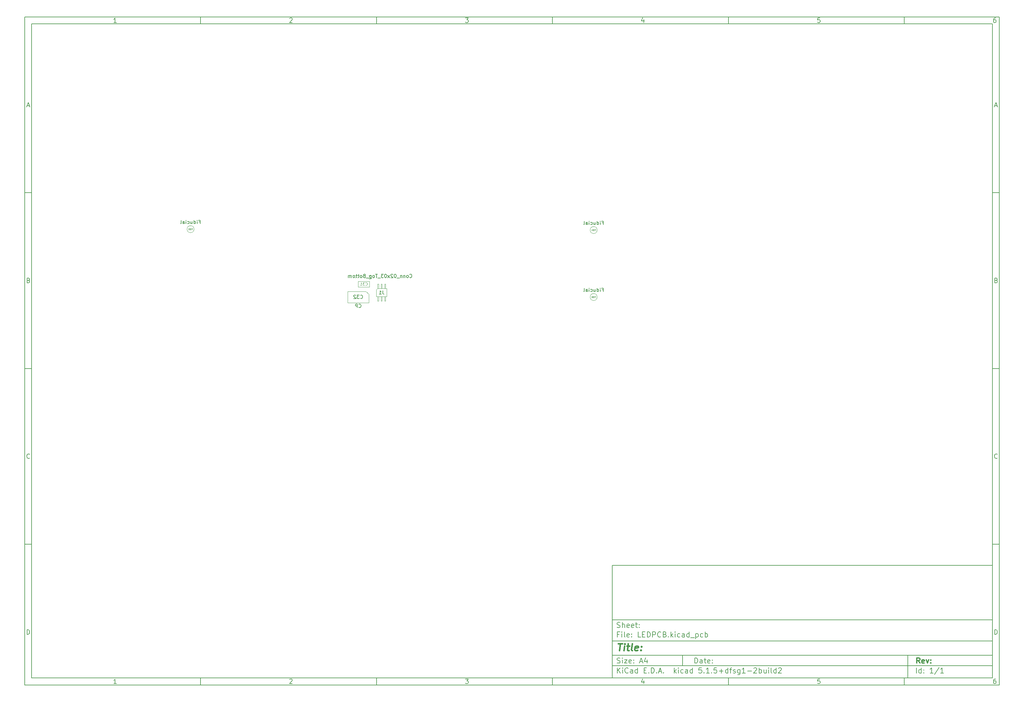
<source format=gbr>
G04 #@! TF.GenerationSoftware,KiCad,Pcbnew,5.1.5+dfsg1-2build2*
G04 #@! TF.CreationDate,2020-12-16T22:25:05+01:00*
G04 #@! TF.ProjectId,LEDPCB,4c454450-4342-42e6-9b69-6361645f7063,rev?*
G04 #@! TF.SameCoordinates,Original*
G04 #@! TF.FileFunction,Other,Fab,Bot*
%FSLAX46Y46*%
G04 Gerber Fmt 4.6, Leading zero omitted, Abs format (unit mm)*
G04 Created by KiCad (PCBNEW 5.1.5+dfsg1-2build2) date 2020-12-16 22:25:05*
%MOMM*%
%LPD*%
G04 APERTURE LIST*
%ADD10C,0.100000*%
%ADD11C,0.150000*%
%ADD12C,0.300000*%
%ADD13C,0.400000*%
%ADD14C,0.120000*%
%ADD15C,0.060000*%
G04 APERTURE END LIST*
D10*
D11*
X177002200Y-166007200D02*
X177002200Y-198007200D01*
X285002200Y-198007200D01*
X285002200Y-166007200D01*
X177002200Y-166007200D01*
D10*
D11*
X10000000Y-10000000D02*
X10000000Y-200007200D01*
X287002200Y-200007200D01*
X287002200Y-10000000D01*
X10000000Y-10000000D01*
D10*
D11*
X12000000Y-12000000D02*
X12000000Y-198007200D01*
X285002200Y-198007200D01*
X285002200Y-12000000D01*
X12000000Y-12000000D01*
D10*
D11*
X60000000Y-12000000D02*
X60000000Y-10000000D01*
D10*
D11*
X110000000Y-12000000D02*
X110000000Y-10000000D01*
D10*
D11*
X160000000Y-12000000D02*
X160000000Y-10000000D01*
D10*
D11*
X210000000Y-12000000D02*
X210000000Y-10000000D01*
D10*
D11*
X260000000Y-12000000D02*
X260000000Y-10000000D01*
D10*
D11*
X36065476Y-11588095D02*
X35322619Y-11588095D01*
X35694047Y-11588095D02*
X35694047Y-10288095D01*
X35570238Y-10473809D01*
X35446428Y-10597619D01*
X35322619Y-10659523D01*
D10*
D11*
X85322619Y-10411904D02*
X85384523Y-10350000D01*
X85508333Y-10288095D01*
X85817857Y-10288095D01*
X85941666Y-10350000D01*
X86003571Y-10411904D01*
X86065476Y-10535714D01*
X86065476Y-10659523D01*
X86003571Y-10845238D01*
X85260714Y-11588095D01*
X86065476Y-11588095D01*
D10*
D11*
X135260714Y-10288095D02*
X136065476Y-10288095D01*
X135632142Y-10783333D01*
X135817857Y-10783333D01*
X135941666Y-10845238D01*
X136003571Y-10907142D01*
X136065476Y-11030952D01*
X136065476Y-11340476D01*
X136003571Y-11464285D01*
X135941666Y-11526190D01*
X135817857Y-11588095D01*
X135446428Y-11588095D01*
X135322619Y-11526190D01*
X135260714Y-11464285D01*
D10*
D11*
X185941666Y-10721428D02*
X185941666Y-11588095D01*
X185632142Y-10226190D02*
X185322619Y-11154761D01*
X186127380Y-11154761D01*
D10*
D11*
X236003571Y-10288095D02*
X235384523Y-10288095D01*
X235322619Y-10907142D01*
X235384523Y-10845238D01*
X235508333Y-10783333D01*
X235817857Y-10783333D01*
X235941666Y-10845238D01*
X236003571Y-10907142D01*
X236065476Y-11030952D01*
X236065476Y-11340476D01*
X236003571Y-11464285D01*
X235941666Y-11526190D01*
X235817857Y-11588095D01*
X235508333Y-11588095D01*
X235384523Y-11526190D01*
X235322619Y-11464285D01*
D10*
D11*
X285941666Y-10288095D02*
X285694047Y-10288095D01*
X285570238Y-10350000D01*
X285508333Y-10411904D01*
X285384523Y-10597619D01*
X285322619Y-10845238D01*
X285322619Y-11340476D01*
X285384523Y-11464285D01*
X285446428Y-11526190D01*
X285570238Y-11588095D01*
X285817857Y-11588095D01*
X285941666Y-11526190D01*
X286003571Y-11464285D01*
X286065476Y-11340476D01*
X286065476Y-11030952D01*
X286003571Y-10907142D01*
X285941666Y-10845238D01*
X285817857Y-10783333D01*
X285570238Y-10783333D01*
X285446428Y-10845238D01*
X285384523Y-10907142D01*
X285322619Y-11030952D01*
D10*
D11*
X60000000Y-198007200D02*
X60000000Y-200007200D01*
D10*
D11*
X110000000Y-198007200D02*
X110000000Y-200007200D01*
D10*
D11*
X160000000Y-198007200D02*
X160000000Y-200007200D01*
D10*
D11*
X210000000Y-198007200D02*
X210000000Y-200007200D01*
D10*
D11*
X260000000Y-198007200D02*
X260000000Y-200007200D01*
D10*
D11*
X36065476Y-199595295D02*
X35322619Y-199595295D01*
X35694047Y-199595295D02*
X35694047Y-198295295D01*
X35570238Y-198481009D01*
X35446428Y-198604819D01*
X35322619Y-198666723D01*
D10*
D11*
X85322619Y-198419104D02*
X85384523Y-198357200D01*
X85508333Y-198295295D01*
X85817857Y-198295295D01*
X85941666Y-198357200D01*
X86003571Y-198419104D01*
X86065476Y-198542914D01*
X86065476Y-198666723D01*
X86003571Y-198852438D01*
X85260714Y-199595295D01*
X86065476Y-199595295D01*
D10*
D11*
X135260714Y-198295295D02*
X136065476Y-198295295D01*
X135632142Y-198790533D01*
X135817857Y-198790533D01*
X135941666Y-198852438D01*
X136003571Y-198914342D01*
X136065476Y-199038152D01*
X136065476Y-199347676D01*
X136003571Y-199471485D01*
X135941666Y-199533390D01*
X135817857Y-199595295D01*
X135446428Y-199595295D01*
X135322619Y-199533390D01*
X135260714Y-199471485D01*
D10*
D11*
X185941666Y-198728628D02*
X185941666Y-199595295D01*
X185632142Y-198233390D02*
X185322619Y-199161961D01*
X186127380Y-199161961D01*
D10*
D11*
X236003571Y-198295295D02*
X235384523Y-198295295D01*
X235322619Y-198914342D01*
X235384523Y-198852438D01*
X235508333Y-198790533D01*
X235817857Y-198790533D01*
X235941666Y-198852438D01*
X236003571Y-198914342D01*
X236065476Y-199038152D01*
X236065476Y-199347676D01*
X236003571Y-199471485D01*
X235941666Y-199533390D01*
X235817857Y-199595295D01*
X235508333Y-199595295D01*
X235384523Y-199533390D01*
X235322619Y-199471485D01*
D10*
D11*
X285941666Y-198295295D02*
X285694047Y-198295295D01*
X285570238Y-198357200D01*
X285508333Y-198419104D01*
X285384523Y-198604819D01*
X285322619Y-198852438D01*
X285322619Y-199347676D01*
X285384523Y-199471485D01*
X285446428Y-199533390D01*
X285570238Y-199595295D01*
X285817857Y-199595295D01*
X285941666Y-199533390D01*
X286003571Y-199471485D01*
X286065476Y-199347676D01*
X286065476Y-199038152D01*
X286003571Y-198914342D01*
X285941666Y-198852438D01*
X285817857Y-198790533D01*
X285570238Y-198790533D01*
X285446428Y-198852438D01*
X285384523Y-198914342D01*
X285322619Y-199038152D01*
D10*
D11*
X10000000Y-60000000D02*
X12000000Y-60000000D01*
D10*
D11*
X10000000Y-110000000D02*
X12000000Y-110000000D01*
D10*
D11*
X10000000Y-160000000D02*
X12000000Y-160000000D01*
D10*
D11*
X10690476Y-35216666D02*
X11309523Y-35216666D01*
X10566666Y-35588095D02*
X11000000Y-34288095D01*
X11433333Y-35588095D01*
D10*
D11*
X11092857Y-84907142D02*
X11278571Y-84969047D01*
X11340476Y-85030952D01*
X11402380Y-85154761D01*
X11402380Y-85340476D01*
X11340476Y-85464285D01*
X11278571Y-85526190D01*
X11154761Y-85588095D01*
X10659523Y-85588095D01*
X10659523Y-84288095D01*
X11092857Y-84288095D01*
X11216666Y-84350000D01*
X11278571Y-84411904D01*
X11340476Y-84535714D01*
X11340476Y-84659523D01*
X11278571Y-84783333D01*
X11216666Y-84845238D01*
X11092857Y-84907142D01*
X10659523Y-84907142D01*
D10*
D11*
X11402380Y-135464285D02*
X11340476Y-135526190D01*
X11154761Y-135588095D01*
X11030952Y-135588095D01*
X10845238Y-135526190D01*
X10721428Y-135402380D01*
X10659523Y-135278571D01*
X10597619Y-135030952D01*
X10597619Y-134845238D01*
X10659523Y-134597619D01*
X10721428Y-134473809D01*
X10845238Y-134350000D01*
X11030952Y-134288095D01*
X11154761Y-134288095D01*
X11340476Y-134350000D01*
X11402380Y-134411904D01*
D10*
D11*
X10659523Y-185588095D02*
X10659523Y-184288095D01*
X10969047Y-184288095D01*
X11154761Y-184350000D01*
X11278571Y-184473809D01*
X11340476Y-184597619D01*
X11402380Y-184845238D01*
X11402380Y-185030952D01*
X11340476Y-185278571D01*
X11278571Y-185402380D01*
X11154761Y-185526190D01*
X10969047Y-185588095D01*
X10659523Y-185588095D01*
D10*
D11*
X287002200Y-60000000D02*
X285002200Y-60000000D01*
D10*
D11*
X287002200Y-110000000D02*
X285002200Y-110000000D01*
D10*
D11*
X287002200Y-160000000D02*
X285002200Y-160000000D01*
D10*
D11*
X285692676Y-35216666D02*
X286311723Y-35216666D01*
X285568866Y-35588095D02*
X286002200Y-34288095D01*
X286435533Y-35588095D01*
D10*
D11*
X286095057Y-84907142D02*
X286280771Y-84969047D01*
X286342676Y-85030952D01*
X286404580Y-85154761D01*
X286404580Y-85340476D01*
X286342676Y-85464285D01*
X286280771Y-85526190D01*
X286156961Y-85588095D01*
X285661723Y-85588095D01*
X285661723Y-84288095D01*
X286095057Y-84288095D01*
X286218866Y-84350000D01*
X286280771Y-84411904D01*
X286342676Y-84535714D01*
X286342676Y-84659523D01*
X286280771Y-84783333D01*
X286218866Y-84845238D01*
X286095057Y-84907142D01*
X285661723Y-84907142D01*
D10*
D11*
X286404580Y-135464285D02*
X286342676Y-135526190D01*
X286156961Y-135588095D01*
X286033152Y-135588095D01*
X285847438Y-135526190D01*
X285723628Y-135402380D01*
X285661723Y-135278571D01*
X285599819Y-135030952D01*
X285599819Y-134845238D01*
X285661723Y-134597619D01*
X285723628Y-134473809D01*
X285847438Y-134350000D01*
X286033152Y-134288095D01*
X286156961Y-134288095D01*
X286342676Y-134350000D01*
X286404580Y-134411904D01*
D10*
D11*
X285661723Y-185588095D02*
X285661723Y-184288095D01*
X285971247Y-184288095D01*
X286156961Y-184350000D01*
X286280771Y-184473809D01*
X286342676Y-184597619D01*
X286404580Y-184845238D01*
X286404580Y-185030952D01*
X286342676Y-185278571D01*
X286280771Y-185402380D01*
X286156961Y-185526190D01*
X285971247Y-185588095D01*
X285661723Y-185588095D01*
D10*
D11*
X200434342Y-193785771D02*
X200434342Y-192285771D01*
X200791485Y-192285771D01*
X201005771Y-192357200D01*
X201148628Y-192500057D01*
X201220057Y-192642914D01*
X201291485Y-192928628D01*
X201291485Y-193142914D01*
X201220057Y-193428628D01*
X201148628Y-193571485D01*
X201005771Y-193714342D01*
X200791485Y-193785771D01*
X200434342Y-193785771D01*
X202577200Y-193785771D02*
X202577200Y-193000057D01*
X202505771Y-192857200D01*
X202362914Y-192785771D01*
X202077200Y-192785771D01*
X201934342Y-192857200D01*
X202577200Y-193714342D02*
X202434342Y-193785771D01*
X202077200Y-193785771D01*
X201934342Y-193714342D01*
X201862914Y-193571485D01*
X201862914Y-193428628D01*
X201934342Y-193285771D01*
X202077200Y-193214342D01*
X202434342Y-193214342D01*
X202577200Y-193142914D01*
X203077200Y-192785771D02*
X203648628Y-192785771D01*
X203291485Y-192285771D02*
X203291485Y-193571485D01*
X203362914Y-193714342D01*
X203505771Y-193785771D01*
X203648628Y-193785771D01*
X204720057Y-193714342D02*
X204577200Y-193785771D01*
X204291485Y-193785771D01*
X204148628Y-193714342D01*
X204077200Y-193571485D01*
X204077200Y-193000057D01*
X204148628Y-192857200D01*
X204291485Y-192785771D01*
X204577200Y-192785771D01*
X204720057Y-192857200D01*
X204791485Y-193000057D01*
X204791485Y-193142914D01*
X204077200Y-193285771D01*
X205434342Y-193642914D02*
X205505771Y-193714342D01*
X205434342Y-193785771D01*
X205362914Y-193714342D01*
X205434342Y-193642914D01*
X205434342Y-193785771D01*
X205434342Y-192857200D02*
X205505771Y-192928628D01*
X205434342Y-193000057D01*
X205362914Y-192928628D01*
X205434342Y-192857200D01*
X205434342Y-193000057D01*
D10*
D11*
X177002200Y-194507200D02*
X285002200Y-194507200D01*
D10*
D11*
X178434342Y-196585771D02*
X178434342Y-195085771D01*
X179291485Y-196585771D02*
X178648628Y-195728628D01*
X179291485Y-195085771D02*
X178434342Y-195942914D01*
X179934342Y-196585771D02*
X179934342Y-195585771D01*
X179934342Y-195085771D02*
X179862914Y-195157200D01*
X179934342Y-195228628D01*
X180005771Y-195157200D01*
X179934342Y-195085771D01*
X179934342Y-195228628D01*
X181505771Y-196442914D02*
X181434342Y-196514342D01*
X181220057Y-196585771D01*
X181077200Y-196585771D01*
X180862914Y-196514342D01*
X180720057Y-196371485D01*
X180648628Y-196228628D01*
X180577200Y-195942914D01*
X180577200Y-195728628D01*
X180648628Y-195442914D01*
X180720057Y-195300057D01*
X180862914Y-195157200D01*
X181077200Y-195085771D01*
X181220057Y-195085771D01*
X181434342Y-195157200D01*
X181505771Y-195228628D01*
X182791485Y-196585771D02*
X182791485Y-195800057D01*
X182720057Y-195657200D01*
X182577200Y-195585771D01*
X182291485Y-195585771D01*
X182148628Y-195657200D01*
X182791485Y-196514342D02*
X182648628Y-196585771D01*
X182291485Y-196585771D01*
X182148628Y-196514342D01*
X182077200Y-196371485D01*
X182077200Y-196228628D01*
X182148628Y-196085771D01*
X182291485Y-196014342D01*
X182648628Y-196014342D01*
X182791485Y-195942914D01*
X184148628Y-196585771D02*
X184148628Y-195085771D01*
X184148628Y-196514342D02*
X184005771Y-196585771D01*
X183720057Y-196585771D01*
X183577200Y-196514342D01*
X183505771Y-196442914D01*
X183434342Y-196300057D01*
X183434342Y-195871485D01*
X183505771Y-195728628D01*
X183577200Y-195657200D01*
X183720057Y-195585771D01*
X184005771Y-195585771D01*
X184148628Y-195657200D01*
X186005771Y-195800057D02*
X186505771Y-195800057D01*
X186720057Y-196585771D02*
X186005771Y-196585771D01*
X186005771Y-195085771D01*
X186720057Y-195085771D01*
X187362914Y-196442914D02*
X187434342Y-196514342D01*
X187362914Y-196585771D01*
X187291485Y-196514342D01*
X187362914Y-196442914D01*
X187362914Y-196585771D01*
X188077200Y-196585771D02*
X188077200Y-195085771D01*
X188434342Y-195085771D01*
X188648628Y-195157200D01*
X188791485Y-195300057D01*
X188862914Y-195442914D01*
X188934342Y-195728628D01*
X188934342Y-195942914D01*
X188862914Y-196228628D01*
X188791485Y-196371485D01*
X188648628Y-196514342D01*
X188434342Y-196585771D01*
X188077200Y-196585771D01*
X189577200Y-196442914D02*
X189648628Y-196514342D01*
X189577200Y-196585771D01*
X189505771Y-196514342D01*
X189577200Y-196442914D01*
X189577200Y-196585771D01*
X190220057Y-196157200D02*
X190934342Y-196157200D01*
X190077200Y-196585771D02*
X190577200Y-195085771D01*
X191077200Y-196585771D01*
X191577200Y-196442914D02*
X191648628Y-196514342D01*
X191577200Y-196585771D01*
X191505771Y-196514342D01*
X191577200Y-196442914D01*
X191577200Y-196585771D01*
X194577200Y-196585771D02*
X194577200Y-195085771D01*
X194720057Y-196014342D02*
X195148628Y-196585771D01*
X195148628Y-195585771D02*
X194577200Y-196157200D01*
X195791485Y-196585771D02*
X195791485Y-195585771D01*
X195791485Y-195085771D02*
X195720057Y-195157200D01*
X195791485Y-195228628D01*
X195862914Y-195157200D01*
X195791485Y-195085771D01*
X195791485Y-195228628D01*
X197148628Y-196514342D02*
X197005771Y-196585771D01*
X196720057Y-196585771D01*
X196577200Y-196514342D01*
X196505771Y-196442914D01*
X196434342Y-196300057D01*
X196434342Y-195871485D01*
X196505771Y-195728628D01*
X196577200Y-195657200D01*
X196720057Y-195585771D01*
X197005771Y-195585771D01*
X197148628Y-195657200D01*
X198434342Y-196585771D02*
X198434342Y-195800057D01*
X198362914Y-195657200D01*
X198220057Y-195585771D01*
X197934342Y-195585771D01*
X197791485Y-195657200D01*
X198434342Y-196514342D02*
X198291485Y-196585771D01*
X197934342Y-196585771D01*
X197791485Y-196514342D01*
X197720057Y-196371485D01*
X197720057Y-196228628D01*
X197791485Y-196085771D01*
X197934342Y-196014342D01*
X198291485Y-196014342D01*
X198434342Y-195942914D01*
X199791485Y-196585771D02*
X199791485Y-195085771D01*
X199791485Y-196514342D02*
X199648628Y-196585771D01*
X199362914Y-196585771D01*
X199220057Y-196514342D01*
X199148628Y-196442914D01*
X199077200Y-196300057D01*
X199077200Y-195871485D01*
X199148628Y-195728628D01*
X199220057Y-195657200D01*
X199362914Y-195585771D01*
X199648628Y-195585771D01*
X199791485Y-195657200D01*
X202362914Y-195085771D02*
X201648628Y-195085771D01*
X201577200Y-195800057D01*
X201648628Y-195728628D01*
X201791485Y-195657200D01*
X202148628Y-195657200D01*
X202291485Y-195728628D01*
X202362914Y-195800057D01*
X202434342Y-195942914D01*
X202434342Y-196300057D01*
X202362914Y-196442914D01*
X202291485Y-196514342D01*
X202148628Y-196585771D01*
X201791485Y-196585771D01*
X201648628Y-196514342D01*
X201577200Y-196442914D01*
X203077200Y-196442914D02*
X203148628Y-196514342D01*
X203077200Y-196585771D01*
X203005771Y-196514342D01*
X203077200Y-196442914D01*
X203077200Y-196585771D01*
X204577200Y-196585771D02*
X203720057Y-196585771D01*
X204148628Y-196585771D02*
X204148628Y-195085771D01*
X204005771Y-195300057D01*
X203862914Y-195442914D01*
X203720057Y-195514342D01*
X205220057Y-196442914D02*
X205291485Y-196514342D01*
X205220057Y-196585771D01*
X205148628Y-196514342D01*
X205220057Y-196442914D01*
X205220057Y-196585771D01*
X206648628Y-195085771D02*
X205934342Y-195085771D01*
X205862914Y-195800057D01*
X205934342Y-195728628D01*
X206077200Y-195657200D01*
X206434342Y-195657200D01*
X206577200Y-195728628D01*
X206648628Y-195800057D01*
X206720057Y-195942914D01*
X206720057Y-196300057D01*
X206648628Y-196442914D01*
X206577200Y-196514342D01*
X206434342Y-196585771D01*
X206077200Y-196585771D01*
X205934342Y-196514342D01*
X205862914Y-196442914D01*
X207362914Y-196014342D02*
X208505771Y-196014342D01*
X207934342Y-196585771D02*
X207934342Y-195442914D01*
X209862914Y-196585771D02*
X209862914Y-195085771D01*
X209862914Y-196514342D02*
X209720057Y-196585771D01*
X209434342Y-196585771D01*
X209291485Y-196514342D01*
X209220057Y-196442914D01*
X209148628Y-196300057D01*
X209148628Y-195871485D01*
X209220057Y-195728628D01*
X209291485Y-195657200D01*
X209434342Y-195585771D01*
X209720057Y-195585771D01*
X209862914Y-195657200D01*
X210362914Y-195585771D02*
X210934342Y-195585771D01*
X210577200Y-196585771D02*
X210577200Y-195300057D01*
X210648628Y-195157200D01*
X210791485Y-195085771D01*
X210934342Y-195085771D01*
X211362914Y-196514342D02*
X211505771Y-196585771D01*
X211791485Y-196585771D01*
X211934342Y-196514342D01*
X212005771Y-196371485D01*
X212005771Y-196300057D01*
X211934342Y-196157200D01*
X211791485Y-196085771D01*
X211577200Y-196085771D01*
X211434342Y-196014342D01*
X211362914Y-195871485D01*
X211362914Y-195800057D01*
X211434342Y-195657200D01*
X211577200Y-195585771D01*
X211791485Y-195585771D01*
X211934342Y-195657200D01*
X213291485Y-195585771D02*
X213291485Y-196800057D01*
X213220057Y-196942914D01*
X213148628Y-197014342D01*
X213005771Y-197085771D01*
X212791485Y-197085771D01*
X212648628Y-197014342D01*
X213291485Y-196514342D02*
X213148628Y-196585771D01*
X212862914Y-196585771D01*
X212720057Y-196514342D01*
X212648628Y-196442914D01*
X212577200Y-196300057D01*
X212577200Y-195871485D01*
X212648628Y-195728628D01*
X212720057Y-195657200D01*
X212862914Y-195585771D01*
X213148628Y-195585771D01*
X213291485Y-195657200D01*
X214791485Y-196585771D02*
X213934342Y-196585771D01*
X214362914Y-196585771D02*
X214362914Y-195085771D01*
X214220057Y-195300057D01*
X214077200Y-195442914D01*
X213934342Y-195514342D01*
X215434342Y-196014342D02*
X216577200Y-196014342D01*
X217220057Y-195228628D02*
X217291485Y-195157200D01*
X217434342Y-195085771D01*
X217791485Y-195085771D01*
X217934342Y-195157200D01*
X218005771Y-195228628D01*
X218077200Y-195371485D01*
X218077200Y-195514342D01*
X218005771Y-195728628D01*
X217148628Y-196585771D01*
X218077200Y-196585771D01*
X218720057Y-196585771D02*
X218720057Y-195085771D01*
X218720057Y-195657200D02*
X218862914Y-195585771D01*
X219148628Y-195585771D01*
X219291485Y-195657200D01*
X219362914Y-195728628D01*
X219434342Y-195871485D01*
X219434342Y-196300057D01*
X219362914Y-196442914D01*
X219291485Y-196514342D01*
X219148628Y-196585771D01*
X218862914Y-196585771D01*
X218720057Y-196514342D01*
X220720057Y-195585771D02*
X220720057Y-196585771D01*
X220077200Y-195585771D02*
X220077200Y-196371485D01*
X220148628Y-196514342D01*
X220291485Y-196585771D01*
X220505771Y-196585771D01*
X220648628Y-196514342D01*
X220720057Y-196442914D01*
X221434342Y-196585771D02*
X221434342Y-195585771D01*
X221434342Y-195085771D02*
X221362914Y-195157200D01*
X221434342Y-195228628D01*
X221505771Y-195157200D01*
X221434342Y-195085771D01*
X221434342Y-195228628D01*
X222362914Y-196585771D02*
X222220057Y-196514342D01*
X222148628Y-196371485D01*
X222148628Y-195085771D01*
X223577200Y-196585771D02*
X223577200Y-195085771D01*
X223577200Y-196514342D02*
X223434342Y-196585771D01*
X223148628Y-196585771D01*
X223005771Y-196514342D01*
X222934342Y-196442914D01*
X222862914Y-196300057D01*
X222862914Y-195871485D01*
X222934342Y-195728628D01*
X223005771Y-195657200D01*
X223148628Y-195585771D01*
X223434342Y-195585771D01*
X223577200Y-195657200D01*
X224220057Y-195228628D02*
X224291485Y-195157200D01*
X224434342Y-195085771D01*
X224791485Y-195085771D01*
X224934342Y-195157200D01*
X225005771Y-195228628D01*
X225077200Y-195371485D01*
X225077200Y-195514342D01*
X225005771Y-195728628D01*
X224148628Y-196585771D01*
X225077200Y-196585771D01*
D10*
D11*
X177002200Y-191507200D02*
X285002200Y-191507200D01*
D10*
D12*
X264411485Y-193785771D02*
X263911485Y-193071485D01*
X263554342Y-193785771D02*
X263554342Y-192285771D01*
X264125771Y-192285771D01*
X264268628Y-192357200D01*
X264340057Y-192428628D01*
X264411485Y-192571485D01*
X264411485Y-192785771D01*
X264340057Y-192928628D01*
X264268628Y-193000057D01*
X264125771Y-193071485D01*
X263554342Y-193071485D01*
X265625771Y-193714342D02*
X265482914Y-193785771D01*
X265197200Y-193785771D01*
X265054342Y-193714342D01*
X264982914Y-193571485D01*
X264982914Y-193000057D01*
X265054342Y-192857200D01*
X265197200Y-192785771D01*
X265482914Y-192785771D01*
X265625771Y-192857200D01*
X265697200Y-193000057D01*
X265697200Y-193142914D01*
X264982914Y-193285771D01*
X266197200Y-192785771D02*
X266554342Y-193785771D01*
X266911485Y-192785771D01*
X267482914Y-193642914D02*
X267554342Y-193714342D01*
X267482914Y-193785771D01*
X267411485Y-193714342D01*
X267482914Y-193642914D01*
X267482914Y-193785771D01*
X267482914Y-192857200D02*
X267554342Y-192928628D01*
X267482914Y-193000057D01*
X267411485Y-192928628D01*
X267482914Y-192857200D01*
X267482914Y-193000057D01*
D10*
D11*
X178362914Y-193714342D02*
X178577200Y-193785771D01*
X178934342Y-193785771D01*
X179077200Y-193714342D01*
X179148628Y-193642914D01*
X179220057Y-193500057D01*
X179220057Y-193357200D01*
X179148628Y-193214342D01*
X179077200Y-193142914D01*
X178934342Y-193071485D01*
X178648628Y-193000057D01*
X178505771Y-192928628D01*
X178434342Y-192857200D01*
X178362914Y-192714342D01*
X178362914Y-192571485D01*
X178434342Y-192428628D01*
X178505771Y-192357200D01*
X178648628Y-192285771D01*
X179005771Y-192285771D01*
X179220057Y-192357200D01*
X179862914Y-193785771D02*
X179862914Y-192785771D01*
X179862914Y-192285771D02*
X179791485Y-192357200D01*
X179862914Y-192428628D01*
X179934342Y-192357200D01*
X179862914Y-192285771D01*
X179862914Y-192428628D01*
X180434342Y-192785771D02*
X181220057Y-192785771D01*
X180434342Y-193785771D01*
X181220057Y-193785771D01*
X182362914Y-193714342D02*
X182220057Y-193785771D01*
X181934342Y-193785771D01*
X181791485Y-193714342D01*
X181720057Y-193571485D01*
X181720057Y-193000057D01*
X181791485Y-192857200D01*
X181934342Y-192785771D01*
X182220057Y-192785771D01*
X182362914Y-192857200D01*
X182434342Y-193000057D01*
X182434342Y-193142914D01*
X181720057Y-193285771D01*
X183077200Y-193642914D02*
X183148628Y-193714342D01*
X183077200Y-193785771D01*
X183005771Y-193714342D01*
X183077200Y-193642914D01*
X183077200Y-193785771D01*
X183077200Y-192857200D02*
X183148628Y-192928628D01*
X183077200Y-193000057D01*
X183005771Y-192928628D01*
X183077200Y-192857200D01*
X183077200Y-193000057D01*
X184862914Y-193357200D02*
X185577200Y-193357200D01*
X184720057Y-193785771D02*
X185220057Y-192285771D01*
X185720057Y-193785771D01*
X186862914Y-192785771D02*
X186862914Y-193785771D01*
X186505771Y-192214342D02*
X186148628Y-193285771D01*
X187077200Y-193285771D01*
D10*
D11*
X263434342Y-196585771D02*
X263434342Y-195085771D01*
X264791485Y-196585771D02*
X264791485Y-195085771D01*
X264791485Y-196514342D02*
X264648628Y-196585771D01*
X264362914Y-196585771D01*
X264220057Y-196514342D01*
X264148628Y-196442914D01*
X264077200Y-196300057D01*
X264077200Y-195871485D01*
X264148628Y-195728628D01*
X264220057Y-195657200D01*
X264362914Y-195585771D01*
X264648628Y-195585771D01*
X264791485Y-195657200D01*
X265505771Y-196442914D02*
X265577200Y-196514342D01*
X265505771Y-196585771D01*
X265434342Y-196514342D01*
X265505771Y-196442914D01*
X265505771Y-196585771D01*
X265505771Y-195657200D02*
X265577200Y-195728628D01*
X265505771Y-195800057D01*
X265434342Y-195728628D01*
X265505771Y-195657200D01*
X265505771Y-195800057D01*
X268148628Y-196585771D02*
X267291485Y-196585771D01*
X267720057Y-196585771D02*
X267720057Y-195085771D01*
X267577200Y-195300057D01*
X267434342Y-195442914D01*
X267291485Y-195514342D01*
X269862914Y-195014342D02*
X268577200Y-196942914D01*
X271148628Y-196585771D02*
X270291485Y-196585771D01*
X270720057Y-196585771D02*
X270720057Y-195085771D01*
X270577200Y-195300057D01*
X270434342Y-195442914D01*
X270291485Y-195514342D01*
D10*
D11*
X177002200Y-187507200D02*
X285002200Y-187507200D01*
D10*
D13*
X178714580Y-188211961D02*
X179857438Y-188211961D01*
X179036009Y-190211961D02*
X179286009Y-188211961D01*
X180274104Y-190211961D02*
X180440771Y-188878628D01*
X180524104Y-188211961D02*
X180416961Y-188307200D01*
X180500295Y-188402438D01*
X180607438Y-188307200D01*
X180524104Y-188211961D01*
X180500295Y-188402438D01*
X181107438Y-188878628D02*
X181869342Y-188878628D01*
X181476485Y-188211961D02*
X181262200Y-189926247D01*
X181333628Y-190116723D01*
X181512200Y-190211961D01*
X181702676Y-190211961D01*
X182655057Y-190211961D02*
X182476485Y-190116723D01*
X182405057Y-189926247D01*
X182619342Y-188211961D01*
X184190771Y-190116723D02*
X183988390Y-190211961D01*
X183607438Y-190211961D01*
X183428866Y-190116723D01*
X183357438Y-189926247D01*
X183452676Y-189164342D01*
X183571723Y-188973866D01*
X183774104Y-188878628D01*
X184155057Y-188878628D01*
X184333628Y-188973866D01*
X184405057Y-189164342D01*
X184381247Y-189354819D01*
X183405057Y-189545295D01*
X185155057Y-190021485D02*
X185238390Y-190116723D01*
X185131247Y-190211961D01*
X185047914Y-190116723D01*
X185155057Y-190021485D01*
X185131247Y-190211961D01*
X185286009Y-188973866D02*
X185369342Y-189069104D01*
X185262200Y-189164342D01*
X185178866Y-189069104D01*
X185286009Y-188973866D01*
X185262200Y-189164342D01*
D10*
D11*
X178934342Y-185600057D02*
X178434342Y-185600057D01*
X178434342Y-186385771D02*
X178434342Y-184885771D01*
X179148628Y-184885771D01*
X179720057Y-186385771D02*
X179720057Y-185385771D01*
X179720057Y-184885771D02*
X179648628Y-184957200D01*
X179720057Y-185028628D01*
X179791485Y-184957200D01*
X179720057Y-184885771D01*
X179720057Y-185028628D01*
X180648628Y-186385771D02*
X180505771Y-186314342D01*
X180434342Y-186171485D01*
X180434342Y-184885771D01*
X181791485Y-186314342D02*
X181648628Y-186385771D01*
X181362914Y-186385771D01*
X181220057Y-186314342D01*
X181148628Y-186171485D01*
X181148628Y-185600057D01*
X181220057Y-185457200D01*
X181362914Y-185385771D01*
X181648628Y-185385771D01*
X181791485Y-185457200D01*
X181862914Y-185600057D01*
X181862914Y-185742914D01*
X181148628Y-185885771D01*
X182505771Y-186242914D02*
X182577200Y-186314342D01*
X182505771Y-186385771D01*
X182434342Y-186314342D01*
X182505771Y-186242914D01*
X182505771Y-186385771D01*
X182505771Y-185457200D02*
X182577200Y-185528628D01*
X182505771Y-185600057D01*
X182434342Y-185528628D01*
X182505771Y-185457200D01*
X182505771Y-185600057D01*
X185077200Y-186385771D02*
X184362914Y-186385771D01*
X184362914Y-184885771D01*
X185577200Y-185600057D02*
X186077200Y-185600057D01*
X186291485Y-186385771D02*
X185577200Y-186385771D01*
X185577200Y-184885771D01*
X186291485Y-184885771D01*
X186934342Y-186385771D02*
X186934342Y-184885771D01*
X187291485Y-184885771D01*
X187505771Y-184957200D01*
X187648628Y-185100057D01*
X187720057Y-185242914D01*
X187791485Y-185528628D01*
X187791485Y-185742914D01*
X187720057Y-186028628D01*
X187648628Y-186171485D01*
X187505771Y-186314342D01*
X187291485Y-186385771D01*
X186934342Y-186385771D01*
X188434342Y-186385771D02*
X188434342Y-184885771D01*
X189005771Y-184885771D01*
X189148628Y-184957200D01*
X189220057Y-185028628D01*
X189291485Y-185171485D01*
X189291485Y-185385771D01*
X189220057Y-185528628D01*
X189148628Y-185600057D01*
X189005771Y-185671485D01*
X188434342Y-185671485D01*
X190791485Y-186242914D02*
X190720057Y-186314342D01*
X190505771Y-186385771D01*
X190362914Y-186385771D01*
X190148628Y-186314342D01*
X190005771Y-186171485D01*
X189934342Y-186028628D01*
X189862914Y-185742914D01*
X189862914Y-185528628D01*
X189934342Y-185242914D01*
X190005771Y-185100057D01*
X190148628Y-184957200D01*
X190362914Y-184885771D01*
X190505771Y-184885771D01*
X190720057Y-184957200D01*
X190791485Y-185028628D01*
X191934342Y-185600057D02*
X192148628Y-185671485D01*
X192220057Y-185742914D01*
X192291485Y-185885771D01*
X192291485Y-186100057D01*
X192220057Y-186242914D01*
X192148628Y-186314342D01*
X192005771Y-186385771D01*
X191434342Y-186385771D01*
X191434342Y-184885771D01*
X191934342Y-184885771D01*
X192077200Y-184957200D01*
X192148628Y-185028628D01*
X192220057Y-185171485D01*
X192220057Y-185314342D01*
X192148628Y-185457200D01*
X192077200Y-185528628D01*
X191934342Y-185600057D01*
X191434342Y-185600057D01*
X192934342Y-186242914D02*
X193005771Y-186314342D01*
X192934342Y-186385771D01*
X192862914Y-186314342D01*
X192934342Y-186242914D01*
X192934342Y-186385771D01*
X193648628Y-186385771D02*
X193648628Y-184885771D01*
X193791485Y-185814342D02*
X194220057Y-186385771D01*
X194220057Y-185385771D02*
X193648628Y-185957200D01*
X194862914Y-186385771D02*
X194862914Y-185385771D01*
X194862914Y-184885771D02*
X194791485Y-184957200D01*
X194862914Y-185028628D01*
X194934342Y-184957200D01*
X194862914Y-184885771D01*
X194862914Y-185028628D01*
X196220057Y-186314342D02*
X196077200Y-186385771D01*
X195791485Y-186385771D01*
X195648628Y-186314342D01*
X195577200Y-186242914D01*
X195505771Y-186100057D01*
X195505771Y-185671485D01*
X195577200Y-185528628D01*
X195648628Y-185457200D01*
X195791485Y-185385771D01*
X196077200Y-185385771D01*
X196220057Y-185457200D01*
X197505771Y-186385771D02*
X197505771Y-185600057D01*
X197434342Y-185457200D01*
X197291485Y-185385771D01*
X197005771Y-185385771D01*
X196862914Y-185457200D01*
X197505771Y-186314342D02*
X197362914Y-186385771D01*
X197005771Y-186385771D01*
X196862914Y-186314342D01*
X196791485Y-186171485D01*
X196791485Y-186028628D01*
X196862914Y-185885771D01*
X197005771Y-185814342D01*
X197362914Y-185814342D01*
X197505771Y-185742914D01*
X198862914Y-186385771D02*
X198862914Y-184885771D01*
X198862914Y-186314342D02*
X198720057Y-186385771D01*
X198434342Y-186385771D01*
X198291485Y-186314342D01*
X198220057Y-186242914D01*
X198148628Y-186100057D01*
X198148628Y-185671485D01*
X198220057Y-185528628D01*
X198291485Y-185457200D01*
X198434342Y-185385771D01*
X198720057Y-185385771D01*
X198862914Y-185457200D01*
X199220057Y-186528628D02*
X200362914Y-186528628D01*
X200720057Y-185385771D02*
X200720057Y-186885771D01*
X200720057Y-185457200D02*
X200862914Y-185385771D01*
X201148628Y-185385771D01*
X201291485Y-185457200D01*
X201362914Y-185528628D01*
X201434342Y-185671485D01*
X201434342Y-186100057D01*
X201362914Y-186242914D01*
X201291485Y-186314342D01*
X201148628Y-186385771D01*
X200862914Y-186385771D01*
X200720057Y-186314342D01*
X202720057Y-186314342D02*
X202577200Y-186385771D01*
X202291485Y-186385771D01*
X202148628Y-186314342D01*
X202077200Y-186242914D01*
X202005771Y-186100057D01*
X202005771Y-185671485D01*
X202077200Y-185528628D01*
X202148628Y-185457200D01*
X202291485Y-185385771D01*
X202577200Y-185385771D01*
X202720057Y-185457200D01*
X203362914Y-186385771D02*
X203362914Y-184885771D01*
X203362914Y-185457200D02*
X203505771Y-185385771D01*
X203791485Y-185385771D01*
X203934342Y-185457200D01*
X204005771Y-185528628D01*
X204077200Y-185671485D01*
X204077200Y-186100057D01*
X204005771Y-186242914D01*
X203934342Y-186314342D01*
X203791485Y-186385771D01*
X203505771Y-186385771D01*
X203362914Y-186314342D01*
D10*
D11*
X177002200Y-181507200D02*
X285002200Y-181507200D01*
D10*
D11*
X178362914Y-183614342D02*
X178577200Y-183685771D01*
X178934342Y-183685771D01*
X179077200Y-183614342D01*
X179148628Y-183542914D01*
X179220057Y-183400057D01*
X179220057Y-183257200D01*
X179148628Y-183114342D01*
X179077200Y-183042914D01*
X178934342Y-182971485D01*
X178648628Y-182900057D01*
X178505771Y-182828628D01*
X178434342Y-182757200D01*
X178362914Y-182614342D01*
X178362914Y-182471485D01*
X178434342Y-182328628D01*
X178505771Y-182257200D01*
X178648628Y-182185771D01*
X179005771Y-182185771D01*
X179220057Y-182257200D01*
X179862914Y-183685771D02*
X179862914Y-182185771D01*
X180505771Y-183685771D02*
X180505771Y-182900057D01*
X180434342Y-182757200D01*
X180291485Y-182685771D01*
X180077200Y-182685771D01*
X179934342Y-182757200D01*
X179862914Y-182828628D01*
X181791485Y-183614342D02*
X181648628Y-183685771D01*
X181362914Y-183685771D01*
X181220057Y-183614342D01*
X181148628Y-183471485D01*
X181148628Y-182900057D01*
X181220057Y-182757200D01*
X181362914Y-182685771D01*
X181648628Y-182685771D01*
X181791485Y-182757200D01*
X181862914Y-182900057D01*
X181862914Y-183042914D01*
X181148628Y-183185771D01*
X183077200Y-183614342D02*
X182934342Y-183685771D01*
X182648628Y-183685771D01*
X182505771Y-183614342D01*
X182434342Y-183471485D01*
X182434342Y-182900057D01*
X182505771Y-182757200D01*
X182648628Y-182685771D01*
X182934342Y-182685771D01*
X183077200Y-182757200D01*
X183148628Y-182900057D01*
X183148628Y-183042914D01*
X182434342Y-183185771D01*
X183577200Y-182685771D02*
X184148628Y-182685771D01*
X183791485Y-182185771D02*
X183791485Y-183471485D01*
X183862914Y-183614342D01*
X184005771Y-183685771D01*
X184148628Y-183685771D01*
X184648628Y-183542914D02*
X184720057Y-183614342D01*
X184648628Y-183685771D01*
X184577200Y-183614342D01*
X184648628Y-183542914D01*
X184648628Y-183685771D01*
X184648628Y-182757200D02*
X184720057Y-182828628D01*
X184648628Y-182900057D01*
X184577200Y-182828628D01*
X184648628Y-182757200D01*
X184648628Y-182900057D01*
D10*
D11*
X197002200Y-191507200D02*
X197002200Y-194507200D01*
D10*
D11*
X261002200Y-191507200D02*
X261002200Y-198007200D01*
D10*
X107962500Y-86779000D02*
X107962500Y-85179000D01*
X107962500Y-85179000D02*
X104762500Y-85179000D01*
X104762500Y-85179000D02*
X104762500Y-86779000D01*
X104762500Y-86779000D02*
X107962500Y-86779000D01*
X112926500Y-89541000D02*
X112926500Y-87241000D01*
X109926500Y-87591000D02*
X109926500Y-89541000D01*
X112926500Y-87241000D02*
X110276500Y-87241000D01*
X110276500Y-87241000D02*
X109926500Y-87591000D01*
X109926500Y-89541000D02*
X112926500Y-89541000D01*
X110276500Y-87241000D02*
X110276500Y-85991000D01*
X110276500Y-85991000D02*
X110576500Y-85991000D01*
X110576500Y-85991000D02*
X110576500Y-87241000D01*
X110276500Y-89541000D02*
X110276500Y-90791000D01*
X110276500Y-90791000D02*
X110576500Y-90791000D01*
X110576500Y-90791000D02*
X110576500Y-89541000D01*
X111276500Y-87241000D02*
X111276500Y-85991000D01*
X111276500Y-85991000D02*
X111576500Y-85991000D01*
X111576500Y-85991000D02*
X111576500Y-87241000D01*
X111276500Y-89541000D02*
X111276500Y-90791000D01*
X111276500Y-90791000D02*
X111576500Y-90791000D01*
X111576500Y-90791000D02*
X111576500Y-89541000D01*
X112276500Y-87241000D02*
X112276500Y-85991000D01*
X112276500Y-85991000D02*
X112576500Y-85991000D01*
X112576500Y-85991000D02*
X112576500Y-87241000D01*
X112276500Y-89541000D02*
X112276500Y-90791000D01*
X112276500Y-90791000D02*
X112576500Y-90791000D01*
X112576500Y-90791000D02*
X112576500Y-89541000D01*
X101775000Y-88062000D02*
X106975000Y-88062000D01*
X106975000Y-88062000D02*
X107775000Y-88862000D01*
X107775000Y-88862000D02*
X107775000Y-91262000D01*
X107775000Y-91262000D02*
X101775000Y-91262000D01*
X101775000Y-91262000D02*
X101775000Y-88062000D01*
X172704000Y-70612000D02*
G75*
G03X172704000Y-70612000I-1000000J0D01*
G01*
X58150000Y-70358000D02*
G75*
G03X58150000Y-70358000I-1000000J0D01*
G01*
X172704000Y-89662000D02*
G75*
G03X172704000Y-89662000I-1000000J0D01*
G01*
D11*
X107897476Y-84431142D02*
X107945095Y-84478761D01*
X108087952Y-84526380D01*
X108183190Y-84526380D01*
X108326047Y-84478761D01*
X108421285Y-84383523D01*
X108468904Y-84288285D01*
X108516523Y-84097809D01*
X108516523Y-83954952D01*
X108468904Y-83764476D01*
X108421285Y-83669238D01*
X108326047Y-83574000D01*
X108183190Y-83526380D01*
X108087952Y-83526380D01*
X107945095Y-83574000D01*
X107897476Y-83621619D01*
D14*
X106876785Y-86264714D02*
X106914880Y-86302809D01*
X107029166Y-86340904D01*
X107105357Y-86340904D01*
X107219642Y-86302809D01*
X107295833Y-86226619D01*
X107333928Y-86150428D01*
X107372023Y-85998047D01*
X107372023Y-85883761D01*
X107333928Y-85731380D01*
X107295833Y-85655190D01*
X107219642Y-85579000D01*
X107105357Y-85540904D01*
X107029166Y-85540904D01*
X106914880Y-85579000D01*
X106876785Y-85617095D01*
X106610119Y-85540904D02*
X106114880Y-85540904D01*
X106381547Y-85845666D01*
X106267261Y-85845666D01*
X106191071Y-85883761D01*
X106152976Y-85921857D01*
X106114880Y-85998047D01*
X106114880Y-86188523D01*
X106152976Y-86264714D01*
X106191071Y-86302809D01*
X106267261Y-86340904D01*
X106495833Y-86340904D01*
X106572023Y-86302809D01*
X106610119Y-86264714D01*
X105352976Y-86340904D02*
X105810119Y-86340904D01*
X105581547Y-86340904D02*
X105581547Y-85540904D01*
X105657738Y-85655190D01*
X105733928Y-85731380D01*
X105810119Y-85769476D01*
D11*
X119426571Y-84050142D02*
X119474190Y-84097761D01*
X119617047Y-84145380D01*
X119712285Y-84145380D01*
X119855142Y-84097761D01*
X119950380Y-84002523D01*
X119998000Y-83907285D01*
X120045619Y-83716809D01*
X120045619Y-83573952D01*
X119998000Y-83383476D01*
X119950380Y-83288238D01*
X119855142Y-83193000D01*
X119712285Y-83145380D01*
X119617047Y-83145380D01*
X119474190Y-83193000D01*
X119426571Y-83240619D01*
X118855142Y-84145380D02*
X118950380Y-84097761D01*
X118998000Y-84050142D01*
X119045619Y-83954904D01*
X119045619Y-83669190D01*
X118998000Y-83573952D01*
X118950380Y-83526333D01*
X118855142Y-83478714D01*
X118712285Y-83478714D01*
X118617047Y-83526333D01*
X118569428Y-83573952D01*
X118521809Y-83669190D01*
X118521809Y-83954904D01*
X118569428Y-84050142D01*
X118617047Y-84097761D01*
X118712285Y-84145380D01*
X118855142Y-84145380D01*
X118093238Y-83478714D02*
X118093238Y-84145380D01*
X118093238Y-83573952D02*
X118045619Y-83526333D01*
X117950380Y-83478714D01*
X117807523Y-83478714D01*
X117712285Y-83526333D01*
X117664666Y-83621571D01*
X117664666Y-84145380D01*
X117188476Y-83478714D02*
X117188476Y-84145380D01*
X117188476Y-83573952D02*
X117140857Y-83526333D01*
X117045619Y-83478714D01*
X116902761Y-83478714D01*
X116807523Y-83526333D01*
X116759904Y-83621571D01*
X116759904Y-84145380D01*
X116521809Y-84240619D02*
X115759904Y-84240619D01*
X115331333Y-83145380D02*
X115236095Y-83145380D01*
X115140857Y-83193000D01*
X115093238Y-83240619D01*
X115045619Y-83335857D01*
X114998000Y-83526333D01*
X114998000Y-83764428D01*
X115045619Y-83954904D01*
X115093238Y-84050142D01*
X115140857Y-84097761D01*
X115236095Y-84145380D01*
X115331333Y-84145380D01*
X115426571Y-84097761D01*
X115474190Y-84050142D01*
X115521809Y-83954904D01*
X115569428Y-83764428D01*
X115569428Y-83526333D01*
X115521809Y-83335857D01*
X115474190Y-83240619D01*
X115426571Y-83193000D01*
X115331333Y-83145380D01*
X114617047Y-83240619D02*
X114569428Y-83193000D01*
X114474190Y-83145380D01*
X114236095Y-83145380D01*
X114140857Y-83193000D01*
X114093238Y-83240619D01*
X114045619Y-83335857D01*
X114045619Y-83431095D01*
X114093238Y-83573952D01*
X114664666Y-84145380D01*
X114045619Y-84145380D01*
X113712285Y-84145380D02*
X113188476Y-83478714D01*
X113712285Y-83478714D02*
X113188476Y-84145380D01*
X112617047Y-83145380D02*
X112521809Y-83145380D01*
X112426571Y-83193000D01*
X112378952Y-83240619D01*
X112331333Y-83335857D01*
X112283714Y-83526333D01*
X112283714Y-83764428D01*
X112331333Y-83954904D01*
X112378952Y-84050142D01*
X112426571Y-84097761D01*
X112521809Y-84145380D01*
X112617047Y-84145380D01*
X112712285Y-84097761D01*
X112759904Y-84050142D01*
X112807523Y-83954904D01*
X112855142Y-83764428D01*
X112855142Y-83526333D01*
X112807523Y-83335857D01*
X112759904Y-83240619D01*
X112712285Y-83193000D01*
X112617047Y-83145380D01*
X111950380Y-83145380D02*
X111331333Y-83145380D01*
X111664666Y-83526333D01*
X111521809Y-83526333D01*
X111426571Y-83573952D01*
X111378952Y-83621571D01*
X111331333Y-83716809D01*
X111331333Y-83954904D01*
X111378952Y-84050142D01*
X111426571Y-84097761D01*
X111521809Y-84145380D01*
X111807523Y-84145380D01*
X111902761Y-84097761D01*
X111950380Y-84050142D01*
X111140857Y-84240619D02*
X110378952Y-84240619D01*
X110283714Y-83145380D02*
X109712285Y-83145380D01*
X109998000Y-84145380D02*
X109998000Y-83145380D01*
X109236095Y-84145380D02*
X109331333Y-84097761D01*
X109378952Y-84050142D01*
X109426571Y-83954904D01*
X109426571Y-83669190D01*
X109378952Y-83573952D01*
X109331333Y-83526333D01*
X109236095Y-83478714D01*
X109093238Y-83478714D01*
X108998000Y-83526333D01*
X108950380Y-83573952D01*
X108902761Y-83669190D01*
X108902761Y-83954904D01*
X108950380Y-84050142D01*
X108998000Y-84097761D01*
X109093238Y-84145380D01*
X109236095Y-84145380D01*
X108474190Y-83478714D02*
X108474190Y-84478714D01*
X108474190Y-83526333D02*
X108378952Y-83478714D01*
X108188476Y-83478714D01*
X108093238Y-83526333D01*
X108045619Y-83573952D01*
X107998000Y-83669190D01*
X107998000Y-83954904D01*
X108045619Y-84050142D01*
X108093238Y-84097761D01*
X108188476Y-84145380D01*
X108378952Y-84145380D01*
X108474190Y-84097761D01*
X107807523Y-84240619D02*
X107045619Y-84240619D01*
X106474190Y-83621571D02*
X106331333Y-83669190D01*
X106283714Y-83716809D01*
X106236095Y-83812047D01*
X106236095Y-83954904D01*
X106283714Y-84050142D01*
X106331333Y-84097761D01*
X106426571Y-84145380D01*
X106807523Y-84145380D01*
X106807523Y-83145380D01*
X106474190Y-83145380D01*
X106378952Y-83193000D01*
X106331333Y-83240619D01*
X106283714Y-83335857D01*
X106283714Y-83431095D01*
X106331333Y-83526333D01*
X106378952Y-83573952D01*
X106474190Y-83621571D01*
X106807523Y-83621571D01*
X105664666Y-84145380D02*
X105759904Y-84097761D01*
X105807523Y-84050142D01*
X105855142Y-83954904D01*
X105855142Y-83669190D01*
X105807523Y-83573952D01*
X105759904Y-83526333D01*
X105664666Y-83478714D01*
X105521809Y-83478714D01*
X105426571Y-83526333D01*
X105378952Y-83573952D01*
X105331333Y-83669190D01*
X105331333Y-83954904D01*
X105378952Y-84050142D01*
X105426571Y-84097761D01*
X105521809Y-84145380D01*
X105664666Y-84145380D01*
X105045619Y-83478714D02*
X104664666Y-83478714D01*
X104902761Y-83145380D02*
X104902761Y-84002523D01*
X104855142Y-84097761D01*
X104759904Y-84145380D01*
X104664666Y-84145380D01*
X104474190Y-83478714D02*
X104093238Y-83478714D01*
X104331333Y-83145380D02*
X104331333Y-84002523D01*
X104283714Y-84097761D01*
X104188476Y-84145380D01*
X104093238Y-84145380D01*
X103617047Y-84145380D02*
X103712285Y-84097761D01*
X103759904Y-84050142D01*
X103807523Y-83954904D01*
X103807523Y-83669190D01*
X103759904Y-83573952D01*
X103712285Y-83526333D01*
X103617047Y-83478714D01*
X103474190Y-83478714D01*
X103378952Y-83526333D01*
X103331333Y-83573952D01*
X103283714Y-83669190D01*
X103283714Y-83954904D01*
X103331333Y-84050142D01*
X103378952Y-84097761D01*
X103474190Y-84145380D01*
X103617047Y-84145380D01*
X102855142Y-84145380D02*
X102855142Y-83478714D01*
X102855142Y-83573952D02*
X102807523Y-83526333D01*
X102712285Y-83478714D01*
X102569428Y-83478714D01*
X102474190Y-83526333D01*
X102426571Y-83621571D01*
X102426571Y-84145380D01*
X102426571Y-83621571D02*
X102378952Y-83526333D01*
X102283714Y-83478714D01*
X102140857Y-83478714D01*
X102045619Y-83526333D01*
X101998000Y-83621571D01*
X101998000Y-84145380D01*
X111759833Y-87843380D02*
X111759833Y-88557666D01*
X111807452Y-88700523D01*
X111902690Y-88795761D01*
X112045547Y-88843380D01*
X112140785Y-88843380D01*
X110759833Y-88843380D02*
X111331261Y-88843380D01*
X111045547Y-88843380D02*
X111045547Y-87843380D01*
X111140785Y-87986238D01*
X111236023Y-88081476D01*
X111331261Y-88129095D01*
X104965476Y-92569142D02*
X105013095Y-92616761D01*
X105155952Y-92664380D01*
X105251190Y-92664380D01*
X105394047Y-92616761D01*
X105489285Y-92521523D01*
X105536904Y-92426285D01*
X105584523Y-92235809D01*
X105584523Y-92092952D01*
X105536904Y-91902476D01*
X105489285Y-91807238D01*
X105394047Y-91712000D01*
X105251190Y-91664380D01*
X105155952Y-91664380D01*
X105013095Y-91712000D01*
X104965476Y-91759619D01*
X104536904Y-92664380D02*
X104536904Y-91664380D01*
X104155952Y-91664380D01*
X104060714Y-91712000D01*
X104013095Y-91759619D01*
X103965476Y-91854857D01*
X103965476Y-91997714D01*
X104013095Y-92092952D01*
X104060714Y-92140571D01*
X104155952Y-92188190D01*
X104536904Y-92188190D01*
X105417857Y-90019142D02*
X105465476Y-90066761D01*
X105608333Y-90114380D01*
X105703571Y-90114380D01*
X105846428Y-90066761D01*
X105941666Y-89971523D01*
X105989285Y-89876285D01*
X106036904Y-89685809D01*
X106036904Y-89542952D01*
X105989285Y-89352476D01*
X105941666Y-89257238D01*
X105846428Y-89162000D01*
X105703571Y-89114380D01*
X105608333Y-89114380D01*
X105465476Y-89162000D01*
X105417857Y-89209619D01*
X105084523Y-89114380D02*
X104465476Y-89114380D01*
X104798809Y-89495333D01*
X104655952Y-89495333D01*
X104560714Y-89542952D01*
X104513095Y-89590571D01*
X104465476Y-89685809D01*
X104465476Y-89923904D01*
X104513095Y-90019142D01*
X104560714Y-90066761D01*
X104655952Y-90114380D01*
X104941666Y-90114380D01*
X105036904Y-90066761D01*
X105084523Y-90019142D01*
X104084523Y-89209619D02*
X104036904Y-89162000D01*
X103941666Y-89114380D01*
X103703571Y-89114380D01*
X103608333Y-89162000D01*
X103560714Y-89209619D01*
X103513095Y-89304857D01*
X103513095Y-89400095D01*
X103560714Y-89542952D01*
X104132142Y-90114380D01*
X103513095Y-90114380D01*
X174084952Y-68540571D02*
X174418285Y-68540571D01*
X174418285Y-69064380D02*
X174418285Y-68064380D01*
X173942095Y-68064380D01*
X173561142Y-69064380D02*
X173561142Y-68397714D01*
X173561142Y-68064380D02*
X173608761Y-68112000D01*
X173561142Y-68159619D01*
X173513523Y-68112000D01*
X173561142Y-68064380D01*
X173561142Y-68159619D01*
X172656380Y-69064380D02*
X172656380Y-68064380D01*
X172656380Y-69016761D02*
X172751619Y-69064380D01*
X172942095Y-69064380D01*
X173037333Y-69016761D01*
X173084952Y-68969142D01*
X173132571Y-68873904D01*
X173132571Y-68588190D01*
X173084952Y-68492952D01*
X173037333Y-68445333D01*
X172942095Y-68397714D01*
X172751619Y-68397714D01*
X172656380Y-68445333D01*
X171751619Y-68397714D02*
X171751619Y-69064380D01*
X172180190Y-68397714D02*
X172180190Y-68921523D01*
X172132571Y-69016761D01*
X172037333Y-69064380D01*
X171894476Y-69064380D01*
X171799238Y-69016761D01*
X171751619Y-68969142D01*
X170846857Y-69016761D02*
X170942095Y-69064380D01*
X171132571Y-69064380D01*
X171227809Y-69016761D01*
X171275428Y-68969142D01*
X171323047Y-68873904D01*
X171323047Y-68588190D01*
X171275428Y-68492952D01*
X171227809Y-68445333D01*
X171132571Y-68397714D01*
X170942095Y-68397714D01*
X170846857Y-68445333D01*
X170418285Y-69064380D02*
X170418285Y-68397714D01*
X170418285Y-68064380D02*
X170465904Y-68112000D01*
X170418285Y-68159619D01*
X170370666Y-68112000D01*
X170418285Y-68064380D01*
X170418285Y-68159619D01*
X169513523Y-69064380D02*
X169513523Y-68540571D01*
X169561142Y-68445333D01*
X169656380Y-68397714D01*
X169846857Y-68397714D01*
X169942095Y-68445333D01*
X169513523Y-69016761D02*
X169608761Y-69064380D01*
X169846857Y-69064380D01*
X169942095Y-69016761D01*
X169989714Y-68921523D01*
X169989714Y-68826285D01*
X169942095Y-68731047D01*
X169846857Y-68683428D01*
X169608761Y-68683428D01*
X169513523Y-68635809D01*
X168894476Y-69064380D02*
X168989714Y-69016761D01*
X169037333Y-68921523D01*
X169037333Y-68064380D01*
D15*
X172132571Y-70583428D02*
X172265904Y-70583428D01*
X172265904Y-70792952D02*
X172265904Y-70392952D01*
X172075428Y-70392952D01*
X171923047Y-70792952D02*
X171923047Y-70392952D01*
X171732571Y-70792952D02*
X171732571Y-70392952D01*
X171637333Y-70392952D01*
X171580190Y-70412000D01*
X171542095Y-70450095D01*
X171523047Y-70488190D01*
X171504000Y-70564380D01*
X171504000Y-70621523D01*
X171523047Y-70697714D01*
X171542095Y-70735809D01*
X171580190Y-70773904D01*
X171637333Y-70792952D01*
X171732571Y-70792952D01*
X171161142Y-70526285D02*
X171161142Y-70792952D01*
X171256380Y-70373904D02*
X171351619Y-70659619D01*
X171104000Y-70659619D01*
D11*
X59530952Y-68286571D02*
X59864285Y-68286571D01*
X59864285Y-68810380D02*
X59864285Y-67810380D01*
X59388095Y-67810380D01*
X59007142Y-68810380D02*
X59007142Y-68143714D01*
X59007142Y-67810380D02*
X59054761Y-67858000D01*
X59007142Y-67905619D01*
X58959523Y-67858000D01*
X59007142Y-67810380D01*
X59007142Y-67905619D01*
X58102380Y-68810380D02*
X58102380Y-67810380D01*
X58102380Y-68762761D02*
X58197619Y-68810380D01*
X58388095Y-68810380D01*
X58483333Y-68762761D01*
X58530952Y-68715142D01*
X58578571Y-68619904D01*
X58578571Y-68334190D01*
X58530952Y-68238952D01*
X58483333Y-68191333D01*
X58388095Y-68143714D01*
X58197619Y-68143714D01*
X58102380Y-68191333D01*
X57197619Y-68143714D02*
X57197619Y-68810380D01*
X57626190Y-68143714D02*
X57626190Y-68667523D01*
X57578571Y-68762761D01*
X57483333Y-68810380D01*
X57340476Y-68810380D01*
X57245238Y-68762761D01*
X57197619Y-68715142D01*
X56292857Y-68762761D02*
X56388095Y-68810380D01*
X56578571Y-68810380D01*
X56673809Y-68762761D01*
X56721428Y-68715142D01*
X56769047Y-68619904D01*
X56769047Y-68334190D01*
X56721428Y-68238952D01*
X56673809Y-68191333D01*
X56578571Y-68143714D01*
X56388095Y-68143714D01*
X56292857Y-68191333D01*
X55864285Y-68810380D02*
X55864285Y-68143714D01*
X55864285Y-67810380D02*
X55911904Y-67858000D01*
X55864285Y-67905619D01*
X55816666Y-67858000D01*
X55864285Y-67810380D01*
X55864285Y-67905619D01*
X54959523Y-68810380D02*
X54959523Y-68286571D01*
X55007142Y-68191333D01*
X55102380Y-68143714D01*
X55292857Y-68143714D01*
X55388095Y-68191333D01*
X54959523Y-68762761D02*
X55054761Y-68810380D01*
X55292857Y-68810380D01*
X55388095Y-68762761D01*
X55435714Y-68667523D01*
X55435714Y-68572285D01*
X55388095Y-68477047D01*
X55292857Y-68429428D01*
X55054761Y-68429428D01*
X54959523Y-68381809D01*
X54340476Y-68810380D02*
X54435714Y-68762761D01*
X54483333Y-68667523D01*
X54483333Y-67810380D01*
D15*
X57578571Y-70329428D02*
X57711904Y-70329428D01*
X57711904Y-70538952D02*
X57711904Y-70138952D01*
X57521428Y-70138952D01*
X57369047Y-70538952D02*
X57369047Y-70138952D01*
X57178571Y-70538952D02*
X57178571Y-70138952D01*
X57083333Y-70138952D01*
X57026190Y-70158000D01*
X56988095Y-70196095D01*
X56969047Y-70234190D01*
X56950000Y-70310380D01*
X56950000Y-70367523D01*
X56969047Y-70443714D01*
X56988095Y-70481809D01*
X57026190Y-70519904D01*
X57083333Y-70538952D01*
X57178571Y-70538952D01*
X56588095Y-70138952D02*
X56778571Y-70138952D01*
X56797619Y-70329428D01*
X56778571Y-70310380D01*
X56740476Y-70291333D01*
X56645238Y-70291333D01*
X56607142Y-70310380D01*
X56588095Y-70329428D01*
X56569047Y-70367523D01*
X56569047Y-70462761D01*
X56588095Y-70500857D01*
X56607142Y-70519904D01*
X56645238Y-70538952D01*
X56740476Y-70538952D01*
X56778571Y-70519904D01*
X56797619Y-70500857D01*
D11*
X174084952Y-87590571D02*
X174418285Y-87590571D01*
X174418285Y-88114380D02*
X174418285Y-87114380D01*
X173942095Y-87114380D01*
X173561142Y-88114380D02*
X173561142Y-87447714D01*
X173561142Y-87114380D02*
X173608761Y-87162000D01*
X173561142Y-87209619D01*
X173513523Y-87162000D01*
X173561142Y-87114380D01*
X173561142Y-87209619D01*
X172656380Y-88114380D02*
X172656380Y-87114380D01*
X172656380Y-88066761D02*
X172751619Y-88114380D01*
X172942095Y-88114380D01*
X173037333Y-88066761D01*
X173084952Y-88019142D01*
X173132571Y-87923904D01*
X173132571Y-87638190D01*
X173084952Y-87542952D01*
X173037333Y-87495333D01*
X172942095Y-87447714D01*
X172751619Y-87447714D01*
X172656380Y-87495333D01*
X171751619Y-87447714D02*
X171751619Y-88114380D01*
X172180190Y-87447714D02*
X172180190Y-87971523D01*
X172132571Y-88066761D01*
X172037333Y-88114380D01*
X171894476Y-88114380D01*
X171799238Y-88066761D01*
X171751619Y-88019142D01*
X170846857Y-88066761D02*
X170942095Y-88114380D01*
X171132571Y-88114380D01*
X171227809Y-88066761D01*
X171275428Y-88019142D01*
X171323047Y-87923904D01*
X171323047Y-87638190D01*
X171275428Y-87542952D01*
X171227809Y-87495333D01*
X171132571Y-87447714D01*
X170942095Y-87447714D01*
X170846857Y-87495333D01*
X170418285Y-88114380D02*
X170418285Y-87447714D01*
X170418285Y-87114380D02*
X170465904Y-87162000D01*
X170418285Y-87209619D01*
X170370666Y-87162000D01*
X170418285Y-87114380D01*
X170418285Y-87209619D01*
X169513523Y-88114380D02*
X169513523Y-87590571D01*
X169561142Y-87495333D01*
X169656380Y-87447714D01*
X169846857Y-87447714D01*
X169942095Y-87495333D01*
X169513523Y-88066761D02*
X169608761Y-88114380D01*
X169846857Y-88114380D01*
X169942095Y-88066761D01*
X169989714Y-87971523D01*
X169989714Y-87876285D01*
X169942095Y-87781047D01*
X169846857Y-87733428D01*
X169608761Y-87733428D01*
X169513523Y-87685809D01*
X168894476Y-88114380D02*
X168989714Y-88066761D01*
X169037333Y-87971523D01*
X169037333Y-87114380D01*
D15*
X172132571Y-89633428D02*
X172265904Y-89633428D01*
X172265904Y-89842952D02*
X172265904Y-89442952D01*
X172075428Y-89442952D01*
X171923047Y-89842952D02*
X171923047Y-89442952D01*
X171732571Y-89842952D02*
X171732571Y-89442952D01*
X171637333Y-89442952D01*
X171580190Y-89462000D01*
X171542095Y-89500095D01*
X171523047Y-89538190D01*
X171504000Y-89614380D01*
X171504000Y-89671523D01*
X171523047Y-89747714D01*
X171542095Y-89785809D01*
X171580190Y-89823904D01*
X171637333Y-89842952D01*
X171732571Y-89842952D01*
X171161142Y-89442952D02*
X171237333Y-89442952D01*
X171275428Y-89462000D01*
X171294476Y-89481047D01*
X171332571Y-89538190D01*
X171351619Y-89614380D01*
X171351619Y-89766761D01*
X171332571Y-89804857D01*
X171313523Y-89823904D01*
X171275428Y-89842952D01*
X171199238Y-89842952D01*
X171161142Y-89823904D01*
X171142095Y-89804857D01*
X171123047Y-89766761D01*
X171123047Y-89671523D01*
X171142095Y-89633428D01*
X171161142Y-89614380D01*
X171199238Y-89595333D01*
X171275428Y-89595333D01*
X171313523Y-89614380D01*
X171332571Y-89633428D01*
X171351619Y-89671523D01*
M02*

</source>
